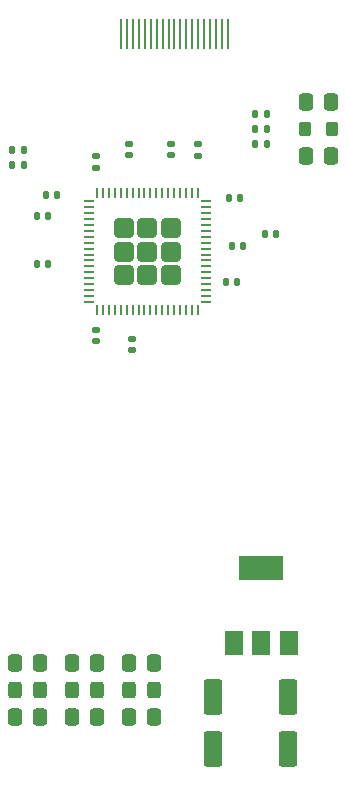
<source format=gbr>
%TF.GenerationSoftware,KiCad,Pcbnew,6.0.5*%
%TF.CreationDate,2022-05-15T12:23:51+02:00*%
%TF.ProjectId,hdmi brd,68646d69-2062-4726-942e-6b696361645f,rev?*%
%TF.SameCoordinates,Original*%
%TF.FileFunction,Paste,Top*%
%TF.FilePolarity,Positive*%
%FSLAX46Y46*%
G04 Gerber Fmt 4.6, Leading zero omitted, Abs format (unit mm)*
G04 Created by KiCad (PCBNEW 6.0.5) date 2022-05-15 12:23:51*
%MOMM*%
%LPD*%
G01*
G04 APERTURE LIST*
G04 Aperture macros list*
%AMRoundRect*
0 Rectangle with rounded corners*
0 $1 Rounding radius*
0 $2 $3 $4 $5 $6 $7 $8 $9 X,Y pos of 4 corners*
0 Add a 4 corners polygon primitive as box body*
4,1,4,$2,$3,$4,$5,$6,$7,$8,$9,$2,$3,0*
0 Add four circle primitives for the rounded corners*
1,1,$1+$1,$2,$3*
1,1,$1+$1,$4,$5*
1,1,$1+$1,$6,$7*
1,1,$1+$1,$8,$9*
0 Add four rect primitives between the rounded corners*
20,1,$1+$1,$2,$3,$4,$5,0*
20,1,$1+$1,$4,$5,$6,$7,0*
20,1,$1+$1,$6,$7,$8,$9,0*
20,1,$1+$1,$8,$9,$2,$3,0*%
G04 Aperture macros list end*
%ADD10R,0.280000X2.600000*%
%ADD11RoundRect,0.140000X0.170000X-0.140000X0.170000X0.140000X-0.170000X0.140000X-0.170000X-0.140000X0*%
%ADD12RoundRect,0.140000X-0.140000X-0.170000X0.140000X-0.170000X0.140000X0.170000X-0.140000X0.170000X0*%
%ADD13RoundRect,0.140000X0.140000X0.170000X-0.140000X0.170000X-0.140000X-0.170000X0.140000X-0.170000X0*%
%ADD14RoundRect,0.135000X0.185000X-0.135000X0.185000X0.135000X-0.185000X0.135000X-0.185000X-0.135000X0*%
%ADD15RoundRect,0.250000X-0.550000X1.250000X-0.550000X-1.250000X0.550000X-1.250000X0.550000X1.250000X0*%
%ADD16RoundRect,0.140000X-0.170000X0.140000X-0.170000X-0.140000X0.170000X-0.140000X0.170000X0.140000X0*%
%ADD17RoundRect,0.250000X-0.325000X-0.450000X0.325000X-0.450000X0.325000X0.450000X-0.325000X0.450000X0*%
%ADD18RoundRect,0.250000X-0.337500X-0.475000X0.337500X-0.475000X0.337500X0.475000X-0.337500X0.475000X0*%
%ADD19RoundRect,0.250000X0.337500X0.475000X-0.337500X0.475000X-0.337500X-0.475000X0.337500X-0.475000X0*%
%ADD20RoundRect,0.250000X0.275000X0.350000X-0.275000X0.350000X-0.275000X-0.350000X0.275000X-0.350000X0*%
%ADD21R,1.500000X2.000000*%
%ADD22R,3.800000X2.000000*%
%ADD23RoundRect,0.135000X0.135000X0.185000X-0.135000X0.185000X-0.135000X-0.185000X0.135000X-0.185000X0*%
%ADD24RoundRect,0.250001X-0.554999X-0.554999X0.554999X-0.554999X0.554999X0.554999X-0.554999X0.554999X0*%
%ADD25RoundRect,0.062500X-0.375000X-0.062500X0.375000X-0.062500X0.375000X0.062500X-0.375000X0.062500X0*%
%ADD26RoundRect,0.062500X-0.062500X-0.375000X0.062500X-0.375000X0.062500X0.375000X-0.062500X0.375000X0*%
%ADD27RoundRect,0.135000X-0.135000X-0.185000X0.135000X-0.185000X0.135000X0.185000X-0.135000X0.185000X0*%
G04 APERTURE END LIST*
D10*
%TO.C,J2*%
X98806000Y-56515000D03*
X98306000Y-56515000D03*
X97806000Y-56515000D03*
X97306000Y-56515000D03*
X96806000Y-56515000D03*
X96306000Y-56515000D03*
X95806000Y-56515000D03*
X95306000Y-56515000D03*
X99306000Y-56515000D03*
X99806000Y-56515000D03*
X100306000Y-56515000D03*
X100806000Y-56515000D03*
X101306000Y-56515000D03*
X101806000Y-56515000D03*
X102306000Y-56515000D03*
X94806000Y-56515000D03*
X94306000Y-56515000D03*
X102806000Y-56515000D03*
X103306000Y-56515000D03*
%TD*%
D11*
%TO.C,C2*%
X94996000Y-66774000D03*
X94996000Y-65814000D03*
%TD*%
D12*
%TO.C,C11*%
X103406000Y-70358000D03*
X104366000Y-70358000D03*
%TD*%
D13*
%TO.C,C15*%
X88872000Y-70104000D03*
X87912000Y-70104000D03*
%TD*%
D14*
%TO.C,R3*%
X92202000Y-67820000D03*
X92202000Y-66800000D03*
%TD*%
D15*
%TO.C,C5*%
X108432000Y-112608000D03*
X108432000Y-117008000D03*
%TD*%
D16*
%TO.C,C9*%
X95250000Y-82324000D03*
X95250000Y-83284000D03*
%TD*%
D17*
%TO.C,L3*%
X94987000Y-112014000D03*
X97037000Y-112014000D03*
%TD*%
%TO.C,L4*%
X85335000Y-112014000D03*
X87385000Y-112014000D03*
%TD*%
D13*
%TO.C,C7*%
X88110000Y-71882000D03*
X87150000Y-71882000D03*
%TD*%
D18*
%TO.C,C20*%
X94974500Y-109728000D03*
X97049500Y-109728000D03*
%TD*%
D16*
%TO.C,C14*%
X92202000Y-81562000D03*
X92202000Y-82522000D03*
%TD*%
D12*
%TO.C,C13*%
X103660000Y-74422000D03*
X104620000Y-74422000D03*
%TD*%
D19*
%TO.C,C3*%
X112035500Y-66802000D03*
X109960500Y-66802000D03*
%TD*%
D18*
%TO.C,C18*%
X85322500Y-114300000D03*
X87397500Y-114300000D03*
%TD*%
D14*
%TO.C,R1*%
X100838000Y-66804000D03*
X100838000Y-65784000D03*
%TD*%
D18*
%TO.C,C16*%
X90148500Y-114300000D03*
X92223500Y-114300000D03*
%TD*%
D20*
%TO.C,L1*%
X112148000Y-64516000D03*
X109848000Y-64516000D03*
%TD*%
D17*
%TO.C,L2*%
X90161000Y-112014000D03*
X92211000Y-112014000D03*
%TD*%
D12*
%TO.C,C10*%
X106454000Y-73406000D03*
X107414000Y-73406000D03*
%TD*%
D15*
%TO.C,C6*%
X102082000Y-112608000D03*
X102082000Y-117008000D03*
%TD*%
D21*
%TO.C,U2*%
X103872000Y-108052000D03*
X106172000Y-108052000D03*
D22*
X106172000Y-101752000D03*
D21*
X108472000Y-108052000D03*
%TD*%
D13*
%TO.C,C8*%
X88110000Y-75946000D03*
X87150000Y-75946000D03*
%TD*%
D23*
%TO.C,R6*%
X106682000Y-63246000D03*
X105662000Y-63246000D03*
%TD*%
D18*
%TO.C,C19*%
X90148500Y-109728000D03*
X92223500Y-109728000D03*
%TD*%
D23*
%TO.C,R4*%
X86108000Y-67564000D03*
X85088000Y-67564000D03*
%TD*%
%TO.C,R5*%
X86108000Y-66294000D03*
X85088000Y-66294000D03*
%TD*%
D24*
%TO.C,U1*%
X98520000Y-76930000D03*
X98520000Y-72930000D03*
X98520000Y-74930000D03*
X94520000Y-72930000D03*
X96520000Y-72930000D03*
X96520000Y-76930000D03*
X94520000Y-74930000D03*
X94520000Y-76930000D03*
X96520000Y-74930000D03*
D25*
X91582500Y-70680000D03*
X91582500Y-71180000D03*
X91582500Y-71680000D03*
X91582500Y-72180000D03*
X91582500Y-72680000D03*
X91582500Y-73180000D03*
X91582500Y-73680000D03*
X91582500Y-74180000D03*
X91582500Y-74680000D03*
X91582500Y-75180000D03*
X91582500Y-75680000D03*
X91582500Y-76180000D03*
X91582500Y-76680000D03*
X91582500Y-77180000D03*
X91582500Y-77680000D03*
X91582500Y-78180000D03*
X91582500Y-78680000D03*
X91582500Y-79180000D03*
D26*
X92270000Y-79867500D03*
X92770000Y-79867500D03*
X93270000Y-79867500D03*
X93770000Y-79867500D03*
X94270000Y-79867500D03*
X94770000Y-79867500D03*
X95270000Y-79867500D03*
X95770000Y-79867500D03*
X96270000Y-79867500D03*
X96770000Y-79867500D03*
X97270000Y-79867500D03*
X97770000Y-79867500D03*
X98270000Y-79867500D03*
X98770000Y-79867500D03*
X99270000Y-79867500D03*
X99770000Y-79867500D03*
X100270000Y-79867500D03*
X100770000Y-79867500D03*
D25*
X101457500Y-79180000D03*
X101457500Y-78680000D03*
X101457500Y-78180000D03*
X101457500Y-77680000D03*
X101457500Y-77180000D03*
X101457500Y-76680000D03*
X101457500Y-76180000D03*
X101457500Y-75680000D03*
X101457500Y-75180000D03*
X101457500Y-74680000D03*
X101457500Y-74180000D03*
X101457500Y-73680000D03*
X101457500Y-73180000D03*
X101457500Y-72680000D03*
X101457500Y-72180000D03*
X101457500Y-71680000D03*
X101457500Y-71180000D03*
X101457500Y-70680000D03*
D26*
X100770000Y-69992500D03*
X100270000Y-69992500D03*
X99770000Y-69992500D03*
X99270000Y-69992500D03*
X98770000Y-69992500D03*
X98270000Y-69992500D03*
X97770000Y-69992500D03*
X97270000Y-69992500D03*
X96770000Y-69992500D03*
X96270000Y-69992500D03*
X95770000Y-69992500D03*
X95270000Y-69992500D03*
X94770000Y-69992500D03*
X94270000Y-69992500D03*
X93770000Y-69992500D03*
X93270000Y-69992500D03*
X92770000Y-69992500D03*
X92270000Y-69992500D03*
%TD*%
D27*
%TO.C,R2*%
X105662000Y-65786000D03*
X106682000Y-65786000D03*
%TD*%
D11*
%TO.C,C1*%
X98552000Y-66774000D03*
X98552000Y-65814000D03*
%TD*%
D18*
%TO.C,C4*%
X109960500Y-62230000D03*
X112035500Y-62230000D03*
%TD*%
%TO.C,C17*%
X94974500Y-114300000D03*
X97049500Y-114300000D03*
%TD*%
%TO.C,C21*%
X85322500Y-109728000D03*
X87397500Y-109728000D03*
%TD*%
D23*
%TO.C,R7*%
X106682000Y-64516000D03*
X105662000Y-64516000D03*
%TD*%
D12*
%TO.C,C12*%
X103152000Y-77470000D03*
X104112000Y-77470000D03*
%TD*%
M02*

</source>
